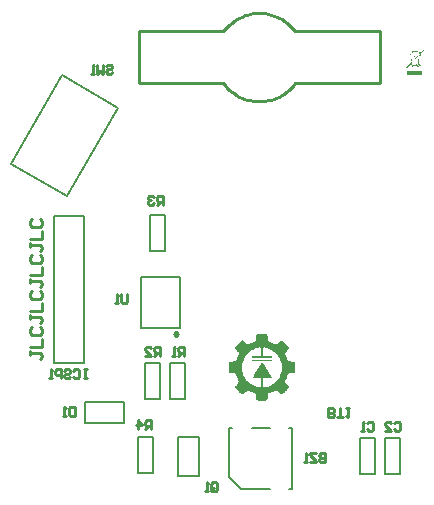
<source format=gbo>
G04*
G04 #@! TF.GenerationSoftware,Altium Limited,Altium Designer,18.0.12 (696)*
G04*
G04 Layer_Color=32896*
%FSLAX25Y25*%
%MOIN*%
G70*
G01*
G75*
%ADD10C,0.00700*%
%ADD16C,0.01000*%
G36*
X563116Y202760D02*
X563467Y202731D01*
X563731Y202702D01*
X563906Y202673D01*
X563965D01*
X564112Y202614D01*
X564199Y202526D01*
X564258Y202438D01*
Y202409D01*
Y202262D01*
X564287Y202057D01*
X564317Y201706D01*
X564346Y201530D01*
X564375Y201384D01*
Y201296D01*
Y201267D01*
X564404Y200944D01*
X564434Y200739D01*
X564463Y200593D01*
Y200534D01*
X564522Y200417D01*
X564580Y200329D01*
X564668Y200271D01*
X564697D01*
X565137Y200124D01*
X565547Y199978D01*
X565928Y199831D01*
X566250Y199685D01*
X566543Y199539D01*
X566748Y199421D01*
X566865Y199363D01*
X566923Y199334D01*
X567041Y199304D01*
X567158D01*
X567246Y199334D01*
X567275Y199363D01*
X567392Y199451D01*
X567538Y199568D01*
X567831Y199802D01*
X567978Y199919D01*
X568095Y199978D01*
X568154Y200036D01*
X568183Y200066D01*
X568417Y200271D01*
X568593Y200417D01*
X568710Y200505D01*
X568739Y200534D01*
X568769Y200564D01*
X568798D01*
X568944Y200593D01*
X569062D01*
X569120Y200564D01*
X569149Y200534D01*
X569706Y200095D01*
X569940Y199890D01*
X570145Y199685D01*
X570321Y199509D01*
X570438Y199392D01*
X570526Y199304D01*
X570555Y199275D01*
X570907Y198894D01*
X571141Y198601D01*
X571229Y198484D01*
X571288Y198396D01*
X571346Y198367D01*
Y198338D01*
Y198308D01*
X571376Y198191D01*
Y198074D01*
X571346Y197986D01*
Y197957D01*
X571229Y197840D01*
X571112Y197693D01*
X570878Y197400D01*
X570790Y197254D01*
X570702Y197137D01*
X570643Y197078D01*
X570614Y197049D01*
X570409Y196815D01*
X570292Y196668D01*
X570204Y196551D01*
X570175Y196522D01*
X570145Y196492D01*
Y196463D01*
X570116Y196346D01*
Y196229D01*
X570145Y196170D01*
Y196141D01*
X570350Y195731D01*
X570555Y195350D01*
X570702Y194969D01*
X570819Y194618D01*
X570936Y194325D01*
X570995Y194120D01*
X571053Y193973D01*
Y193915D01*
X571112Y193798D01*
X571200Y193710D01*
X571288Y193651D01*
X571463D01*
X571668Y193622D01*
X572020Y193593D01*
X572196Y193563D01*
X572342D01*
X572430Y193534D01*
X572459D01*
X572781Y193505D01*
X573016Y193475D01*
X573191D01*
X573279Y193446D01*
X573367Y193388D01*
X573396Y193358D01*
X573426Y193329D01*
X573455Y193212D01*
X573484Y193065D01*
X573514Y192948D01*
Y192919D01*
Y192890D01*
X573543Y192362D01*
X573572Y191865D01*
Y191396D01*
X573543Y190986D01*
X573514Y190605D01*
X573484Y190341D01*
X573455Y190166D01*
Y190136D01*
Y190107D01*
X573396Y189961D01*
X573309Y189873D01*
X573221Y189814D01*
X573045D01*
X572840Y189785D01*
X572488Y189756D01*
X572313Y189726D01*
X572166D01*
X572078Y189697D01*
X572049D01*
X571756Y189668D01*
X571522Y189638D01*
X571405Y189609D01*
X571346D01*
X571229Y189551D01*
X571112Y189492D01*
X571083Y189404D01*
X571053Y189375D01*
X570936Y188935D01*
X570790Y188525D01*
X570614Y188145D01*
X570468Y187822D01*
X570350Y187530D01*
X570233Y187325D01*
X570175Y187207D01*
X570145Y187149D01*
X570116Y187002D01*
Y186885D01*
X570145Y186797D01*
Y186768D01*
X570350Y186504D01*
X570614Y186212D01*
X570702Y186094D01*
X570790Y185977D01*
X570848Y185919D01*
X570878Y185889D01*
X571083Y185655D01*
X571200Y185479D01*
X571288Y185362D01*
X571317Y185333D01*
X571346Y185304D01*
Y185274D01*
X571376Y185128D01*
Y185011D01*
X571346Y184952D01*
X571317Y184923D01*
X570878Y184366D01*
X570673Y184132D01*
X570468Y183898D01*
X570292Y183722D01*
X570175Y183605D01*
X570087Y183517D01*
X570057Y183488D01*
X569677Y183165D01*
X569384Y182931D01*
X569267Y182843D01*
X569179Y182785D01*
X569149Y182726D01*
X569120D01*
X568974Y182668D01*
X568856Y182697D01*
X568798D01*
X568769Y182726D01*
X568505Y182931D01*
X568183Y183195D01*
X568066Y183282D01*
X567949Y183370D01*
X567890Y183429D01*
X567861Y183458D01*
X567626Y183663D01*
X567451Y183781D01*
X567334Y183868D01*
X567304Y183898D01*
X567275Y183927D01*
X567158Y183956D01*
X567041D01*
X566953Y183927D01*
X566923D01*
X566513Y183722D01*
X566133Y183517D01*
X565752Y183370D01*
X565430Y183253D01*
X565137Y183136D01*
X564902Y183078D01*
X564756Y183048D01*
X564697Y183019D01*
X564580Y182931D01*
X564492Y182843D01*
X564463Y182785D01*
Y182755D01*
X564434Y182609D01*
X564404Y182404D01*
X564375Y182023D01*
X564346Y181847D01*
Y181701D01*
X564317Y181613D01*
Y181584D01*
X564287Y181291D01*
Y181056D01*
X564258Y180939D01*
Y180881D01*
X564229Y180793D01*
X564170Y180705D01*
X564141Y180676D01*
X564112Y180647D01*
X563994Y180617D01*
X563848Y180588D01*
X563731Y180559D01*
X563672D01*
X563145Y180529D01*
X561768D01*
X561388Y180559D01*
X561124D01*
X560948Y180588D01*
X560890D01*
X560743Y180647D01*
X560655Y180764D01*
X560597Y180851D01*
Y180881D01*
Y181027D01*
X560568Y181203D01*
X560538Y181584D01*
X560509Y181760D01*
Y181906D01*
X560480Y181994D01*
Y182023D01*
X560450Y182345D01*
X560421Y182550D01*
X560392Y182697D01*
Y182726D01*
X560333Y182872D01*
X560275Y182960D01*
X560187Y182990D01*
X560157Y183019D01*
X559718Y183165D01*
X559308Y183312D01*
X558927Y183458D01*
X558605Y183605D01*
X558312Y183722D01*
X558107Y183839D01*
X557990Y183898D01*
X557931Y183927D01*
X557814Y183956D01*
X557697D01*
X557609Y183927D01*
X557580D01*
X557463Y183839D01*
X557316Y183722D01*
X557023Y183488D01*
X556877Y183370D01*
X556760Y183282D01*
X556701Y183224D01*
X556672Y183195D01*
X556438Y182990D01*
X556262Y182872D01*
X556145Y182785D01*
X556115Y182755D01*
Y182726D01*
X556057D01*
X555910Y182668D01*
X555793Y182697D01*
X555735D01*
X555705Y182726D01*
X555178Y183195D01*
X554915Y183400D01*
X554709Y183605D01*
X554534Y183781D01*
X554417Y183898D01*
X554329Y183985D01*
X554299Y184015D01*
X553948Y184396D01*
X553714Y184688D01*
X553626Y184776D01*
X553567Y184864D01*
X553509Y184894D01*
Y184923D01*
Y184952D01*
X553479Y185069D01*
Y185186D01*
X553509Y185274D01*
X553538Y185304D01*
X553626Y185421D01*
X553743Y185567D01*
X553977Y185860D01*
X554094Y186006D01*
X554153Y186124D01*
X554212Y186182D01*
X554241Y186212D01*
X554446Y186446D01*
X554563Y186622D01*
X554651Y186739D01*
X554680Y186768D01*
X554709Y186797D01*
X554739Y186915D01*
Y187032D01*
X554709Y187119D01*
Y187149D01*
X554504Y187559D01*
X554299Y187940D01*
X554153Y188320D01*
X554036Y188672D01*
X553919Y188935D01*
X553905Y188989D01*
X554065Y189228D01*
X554299Y189609D01*
X554470Y189886D01*
X554709Y190254D01*
X555120Y190898D01*
X555295Y191162D01*
X555332Y191220D01*
X555412Y191337D01*
X555735Y191865D01*
X555705Y191835D01*
X555647Y191747D01*
X555559Y191601D01*
X555442Y191396D01*
X555332Y191220D01*
X555090Y190869D01*
X554797Y190400D01*
X554534Y189990D01*
X554470Y189886D01*
X554270Y189580D01*
X553904Y188994D01*
X553905Y188989D01*
X553831Y188877D01*
X553904Y188994D01*
X553860Y189170D01*
X553831Y189316D01*
X553801Y189375D01*
X553743Y189492D01*
X553655Y189551D01*
X553567Y189609D01*
X553538D01*
X553391Y189638D01*
X553186Y189668D01*
X552835Y189697D01*
X552659D01*
X552513Y189726D01*
X552396D01*
X552103Y189756D01*
X551868Y189785D01*
X551751Y189814D01*
X551693D01*
X551605Y189843D01*
X551517Y189902D01*
X551458Y189931D01*
X551429Y189961D01*
X551400Y190078D01*
X551370Y190224D01*
X551341Y190341D01*
Y190400D01*
X551312Y190927D01*
X551283Y191425D01*
Y191894D01*
X551312Y192333D01*
X551341Y192685D01*
X551370Y192948D01*
X551400Y193124D01*
Y193153D01*
Y193183D01*
X551458Y193300D01*
X551546Y193388D01*
X551634Y193446D01*
X551663D01*
X551810Y193475D01*
X552015Y193505D01*
X552366Y193534D01*
X552542Y193563D01*
X552689Y193593D01*
X552806D01*
X553128Y193622D01*
X553333D01*
X553479Y193651D01*
X553509D01*
X553655Y193710D01*
X553743Y193798D01*
X553772Y193886D01*
X553801Y193915D01*
X553948Y194354D01*
X554094Y194764D01*
X554241Y195145D01*
X554387Y195467D01*
X554504Y195760D01*
X554622Y195965D01*
X554680Y196082D01*
X554709Y196141D01*
X554739Y196258D01*
Y196375D01*
X554709Y196463D01*
Y196492D01*
X554622Y196609D01*
X554504Y196756D01*
X554270Y197049D01*
X554153Y197195D01*
X554065Y197312D01*
X554006Y197371D01*
X553977Y197400D01*
X553772Y197635D01*
X553655Y197810D01*
X553567Y197927D01*
X553538Y197957D01*
Y197986D01*
X553509D01*
Y198015D01*
X553479Y198133D01*
Y198250D01*
X553509Y198338D01*
X553538Y198367D01*
X553889Y198806D01*
X554270Y199216D01*
X554651Y199597D01*
X554973Y199919D01*
X555266Y200183D01*
X555500Y200359D01*
X555647Y200505D01*
X555705Y200534D01*
X555735Y200564D01*
X555764D01*
X555881Y200593D01*
X555998D01*
X556057Y200564D01*
X556086Y200534D01*
X556379Y200329D01*
X556672Y200095D01*
X556789Y200007D01*
X556906Y199919D01*
X556965Y199861D01*
X556994Y199831D01*
X557228Y199626D01*
X557404Y199480D01*
X557521Y199392D01*
X557551Y199363D01*
X557580D01*
Y199334D01*
X557697Y199304D01*
X557814D01*
X557902Y199334D01*
X557931D01*
X558751Y199743D01*
X559103Y199890D01*
X559454Y200036D01*
X559747Y200124D01*
X559952Y200212D01*
X560099Y200271D01*
X560157D01*
X560275Y200329D01*
X560362Y200417D01*
X560392Y200505D01*
Y200534D01*
X560421Y200681D01*
X560450Y200886D01*
X560480Y201237D01*
X560509Y201413D01*
X560538Y201559D01*
Y201647D01*
Y201677D01*
X560568Y201999D01*
Y202204D01*
X560597Y202350D01*
Y202380D01*
X560626Y202467D01*
X560685Y202555D01*
X560714Y202585D01*
X560743Y202614D01*
X560860Y202673D01*
X561007Y202702D01*
X561124Y202731D01*
X561183D01*
X561710Y202760D01*
X562208Y202790D01*
X562676D01*
X563116Y202760D01*
D02*
G37*
G36*
X553598Y188520D02*
X553333Y188086D01*
X553304Y188042D01*
X553216Y187881D01*
X553079Y187705D01*
X553304Y188042D01*
X553391Y188203D01*
X553598Y188520D01*
X553655Y188613D01*
X553831Y188877D01*
X553598Y188520D01*
D02*
G37*
G36*
X553040Y187647D02*
X552937Y187486D01*
X552864Y187354D01*
X552806Y187272D01*
X552689Y187061D01*
X552649Y187012D01*
X552630Y186973D01*
X552571Y186915D01*
X552542Y186827D01*
X552513D01*
X552542Y186885D01*
X552571Y186915D01*
X552649Y187012D01*
X552718Y187149D01*
X552806Y187272D01*
X552835Y187325D01*
X552937Y187486D01*
X553011Y187618D01*
X553079Y187705D01*
X553040Y187647D01*
D02*
G37*
G36*
X616317Y297286D02*
X615195Y296125D01*
X615312D01*
Y295500D01*
X614863D01*
X614785Y294534D01*
X614658Y293187D01*
X616151Y291655D01*
X616034Y291538D01*
X614648Y292972D01*
X614638Y292894D01*
X614707Y292855D01*
X614775Y292806D01*
X614833Y292748D01*
X614882Y292689D01*
X614931Y292611D01*
X614951Y292543D01*
X614970Y292465D01*
X614980Y292367D01*
X614970Y292289D01*
X614941Y292192D01*
X614892Y292084D01*
X614824Y291996D01*
X614765Y291928D01*
X614677Y291879D01*
X614589Y291840D01*
X614502Y291821D01*
X614385Y291811D01*
X614277Y291821D01*
X614160Y291860D01*
X614053Y291928D01*
X613975Y292016D01*
X613926Y292084D01*
X613887Y292162D01*
X612794D01*
Y291782D01*
X612442D01*
Y292162D01*
X612393D01*
X612306Y293158D01*
X610724Y291538D01*
X610607Y291645D01*
X612286Y293373D01*
X612208Y294144D01*
X612110Y295207D01*
X612071Y295647D01*
X610500Y297286D01*
X610607Y297394D01*
X612052Y295900D01*
X612013Y296261D01*
X611759D01*
Y296554D01*
X611983D01*
Y296613D01*
X611993Y296652D01*
X612023Y296681D01*
X612052Y296710D01*
X612110Y296759D01*
X612169Y296798D01*
X612227Y296837D01*
X612296Y296867D01*
X612335Y296886D01*
Y297072D01*
X612725D01*
Y296993D01*
X612842Y297013D01*
X612959Y297032D01*
X613077Y297042D01*
X613145D01*
Y297169D01*
X614033D01*
Y297032D01*
X614141Y297013D01*
X614277Y296993D01*
X614414Y296964D01*
X614541Y296925D01*
X614658Y296876D01*
X614746Y296837D01*
X614814Y296789D01*
X614853Y296749D01*
X614882Y296779D01*
X614931Y296808D01*
X614980Y296837D01*
X615048D01*
X615107Y296828D01*
X615175Y296808D01*
X615214Y296759D01*
X615263Y296701D01*
X615273Y296662D01*
X615282Y296603D01*
X615273Y296554D01*
X615263Y296515D01*
X615253Y296486D01*
X615224Y296447D01*
X615195Y296418D01*
X615165Y296398D01*
X615146Y296379D01*
Y296301D01*
X616200Y297394D01*
X616317Y297286D01*
D02*
G37*
G36*
X615897Y290240D02*
Y290220D01*
Y290181D01*
Y290132D01*
Y290064D01*
Y290054D01*
Y290035D01*
Y289986D01*
Y289937D01*
Y289869D01*
Y289800D01*
Y289625D01*
Y289615D01*
Y289586D01*
Y289537D01*
Y289488D01*
Y289342D01*
Y289195D01*
Y289185D01*
Y289166D01*
Y289098D01*
Y289029D01*
Y289010D01*
Y289000D01*
X610832D01*
Y289029D01*
Y289049D01*
Y289078D01*
Y289127D01*
Y289195D01*
Y289205D01*
Y289234D01*
Y289273D01*
Y289322D01*
Y289390D01*
Y289459D01*
Y289625D01*
Y289634D01*
Y289664D01*
Y289713D01*
Y289771D01*
Y289917D01*
Y290064D01*
Y290074D01*
Y290093D01*
Y290171D01*
Y290240D01*
Y290259D01*
Y290269D01*
X615897D01*
Y290240D01*
D02*
G37*
%LPC*%
G36*
X563145Y198279D02*
X562998D01*
X562852Y198191D01*
X562793Y198103D01*
X562764Y197986D01*
Y197957D01*
Y195467D01*
X565693D01*
Y194881D01*
X559162D01*
Y195467D01*
X562091D01*
Y197957D01*
X562061Y198103D01*
X561973Y198191D01*
X561915Y198221D01*
X561885Y198250D01*
X561798Y198279D01*
X561651D01*
X561534Y198250D01*
X561476D01*
X560978Y198162D01*
X560509Y198015D01*
X559659Y197693D01*
X559279Y197488D01*
X558898Y197254D01*
X558576Y197049D01*
X558283Y196815D01*
X558019Y196609D01*
X557785Y196405D01*
X557580Y196199D01*
X557404Y196053D01*
X557287Y195906D01*
X557199Y195789D01*
X557140Y195731D01*
X557111Y195702D01*
X556848Y195350D01*
X556643Y194969D01*
X556467Y194588D01*
X556291Y194208D01*
X556057Y193505D01*
X555910Y192831D01*
X555852Y192538D01*
X555823Y192245D01*
X555793Y192011D01*
X555764Y191806D01*
Y191630D01*
Y191513D01*
Y191425D01*
Y191396D01*
X555793Y190986D01*
X555852Y190576D01*
X556028Y189814D01*
X556262Y189141D01*
X556555Y188555D01*
X556672Y188291D01*
X556818Y188057D01*
X556936Y187852D01*
X557023Y187705D01*
X557140Y187559D01*
X557199Y187471D01*
X557228Y187412D01*
X557258Y187383D01*
X557609Y187002D01*
X557961Y186680D01*
X558341Y186387D01*
X558722Y186124D01*
X559103Y185919D01*
X559454Y185714D01*
X560157Y185391D01*
X560509Y185274D01*
X560802Y185186D01*
X561065Y185128D01*
X561300Y185069D01*
X561476Y185040D01*
X561622Y185011D01*
X561710Y184981D01*
X561739D01*
X561827Y185011D01*
X561856D01*
X562003Y185099D01*
X562061Y185186D01*
X562091Y185304D01*
Y185333D01*
Y187969D01*
X559162D01*
Y187998D01*
X559191Y188028D01*
X559308Y188203D01*
X559454Y188496D01*
X559689Y188848D01*
X559923Y189287D01*
X560187Y189756D01*
X560509Y190283D01*
X560802Y190810D01*
X561095Y191337D01*
X561417Y191835D01*
X561681Y192304D01*
X561944Y192743D01*
X562149Y193095D01*
X562296Y193388D01*
X562413Y193563D01*
X562442Y193593D01*
Y193622D01*
X559162D01*
Y194208D01*
X565693D01*
Y193622D01*
X562442D01*
X565693Y187969D01*
X562764D01*
Y185333D01*
X562823Y185186D01*
X562881Y185099D01*
X562969Y185040D01*
X562998Y185011D01*
X563262D01*
X563760Y185099D01*
X564199Y185216D01*
X565049Y185538D01*
X565781Y185919D01*
X566133Y186124D01*
X566426Y186329D01*
X566689Y186534D01*
X566923Y186739D01*
X567128Y186915D01*
X567304Y187061D01*
X567421Y187207D01*
X567509Y187295D01*
X567568Y187354D01*
X567597Y187383D01*
X567890Y187764D01*
X568124Y188145D01*
X568329Y188525D01*
X568505Y188935D01*
X568769Y189668D01*
X568944Y190371D01*
X569003Y190693D01*
X569062Y190986D01*
X569091Y191220D01*
X569120Y191455D01*
Y191630D01*
Y191747D01*
Y191835D01*
Y191865D01*
X569091Y192275D01*
X569032Y192685D01*
X568827Y193446D01*
X568593Y194149D01*
X568329Y194735D01*
X568183Y194999D01*
X568036Y195204D01*
X567919Y195409D01*
X567831Y195584D01*
X567714Y195702D01*
X567656Y195789D01*
X567626Y195848D01*
X567597Y195877D01*
X567246Y196258D01*
X566894Y196580D01*
X566513Y196873D01*
X566133Y197137D01*
X565781Y197371D01*
X565400Y197576D01*
X564697Y197869D01*
X564375Y197986D01*
X564053Y198074D01*
X563789Y198162D01*
X563555Y198191D01*
X563379Y198250D01*
X563233D01*
X563145Y198279D01*
D02*
G37*
G36*
X613877Y297003D02*
X613311D01*
Y296915D01*
X613877D01*
Y297003D01*
D02*
G37*
G36*
X612559Y296915D02*
X612501D01*
Y296701D01*
X612559D01*
Y296915D01*
D02*
G37*
G36*
X613145Y296876D02*
X612989Y296867D01*
X612852Y296847D01*
X612725Y296828D01*
Y296554D01*
X614785D01*
Y296593D01*
X614726Y296652D01*
X614629Y296701D01*
X614521Y296749D01*
X614385Y296789D01*
X614219Y296828D01*
X614033Y296857D01*
Y296749D01*
X613145D01*
Y296876D01*
D02*
G37*
G36*
X612335Y296710D02*
X612247Y296662D01*
X612188Y296623D01*
X612140Y296574D01*
X612149Y296554D01*
X612335D01*
Y296710D01*
D02*
G37*
G36*
X615038Y296681D02*
X615029D01*
X614999Y296671D01*
X614970Y296652D01*
X614960Y296603D01*
Y296593D01*
X614970Y296564D01*
X614990Y296525D01*
X615038Y296515D01*
X615048D01*
X615077Y296525D01*
X615107Y296554D01*
X615117Y296603D01*
Y296613D01*
X615107Y296642D01*
X615087Y296671D01*
X615038Y296681D01*
D02*
G37*
G36*
X615146Y295969D02*
X614843D01*
Y295666D01*
X615146D01*
Y295969D01*
D02*
G37*
G36*
X614121Y295276D02*
X613291D01*
Y295217D01*
X614121D01*
Y295276D01*
D02*
G37*
G36*
X614765Y296261D02*
X612169D01*
X612218Y295725D01*
X613399Y294505D01*
X613926Y295061D01*
X613125D01*
Y295432D01*
X614297D01*
X614677Y295832D01*
Y296125D01*
X614755D01*
X614765Y296261D01*
D02*
G37*
G36*
X612247Y295471D02*
X612432Y293519D01*
X613282Y294388D01*
X612247Y295471D01*
D02*
G37*
G36*
X614677Y295598D02*
X614297Y295198D01*
Y295061D01*
X614160D01*
X613506Y294388D01*
X614511Y293343D01*
X614697Y295500D01*
X614677D01*
Y295598D01*
D02*
G37*
G36*
X613399Y294280D02*
X612452Y293304D01*
X612540Y292328D01*
X613848D01*
X613838Y292416D01*
X613867Y292543D01*
X613916Y292650D01*
X613975Y292738D01*
X614043Y292806D01*
X614121Y292855D01*
X614219Y292904D01*
X614316Y292933D01*
X614404Y292943D01*
X614482Y292933D01*
X614502Y293128D01*
X613399Y294280D01*
D02*
G37*
G36*
X614404Y292660D02*
X614365D01*
X614316Y292650D01*
X614267Y292621D01*
X614219Y292592D01*
X614170Y292543D01*
X614141Y292475D01*
X614131Y292377D01*
Y292367D01*
Y292338D01*
X614150Y292289D01*
X614170Y292240D01*
X614199Y292182D01*
X614248Y292143D01*
X614316Y292104D01*
X614404Y292094D01*
X614453D01*
X614492Y292113D01*
X614550Y292133D01*
X614599Y292162D01*
X614648Y292211D01*
X614677Y292279D01*
X614687Y292377D01*
Y292387D01*
Y292426D01*
X614677Y292465D01*
X614648Y292523D01*
X614619Y292572D01*
X614570Y292621D01*
X614502Y292650D01*
X614404Y292660D01*
D02*
G37*
G36*
X612637Y292162D02*
X612608D01*
Y291938D01*
X612637D01*
Y292162D01*
D02*
G37*
%LPD*%
G36*
X614502Y292543D02*
X614531Y292514D01*
X614560Y292484D01*
X614580Y292436D01*
X614589Y292377D01*
Y292367D01*
Y292348D01*
X614570Y292289D01*
X614541Y292250D01*
X614511Y292221D01*
X614463Y292201D01*
X614404Y292192D01*
X614375D01*
X614316Y292211D01*
X614277Y292240D01*
X614248Y292270D01*
X614228Y292318D01*
X614219Y292377D01*
Y292387D01*
Y292406D01*
X614238Y292475D01*
X614267Y292504D01*
X614297Y292533D01*
X614345Y292553D01*
X614404Y292562D01*
X614433D01*
X614502Y292543D01*
D02*
G37*
%LPC*%
G36*
X614424Y292406D02*
X614394D01*
X614385Y292396D01*
X614375Y292377D01*
Y292367D01*
X614385Y292357D01*
X614404Y292348D01*
X614424D01*
X614433Y292357D01*
Y292377D01*
Y292387D01*
Y292396D01*
X614424Y292406D01*
D02*
G37*
%LPD*%
D10*
X478907Y259528D02*
X495907Y288972D01*
X478907Y259528D02*
X497526Y248778D01*
X495907Y288972D02*
X514526Y278222D01*
X497526Y248778D02*
X514526Y278222D01*
X493000Y242000D02*
X503000D01*
X493000Y193000D02*
X503000D01*
X493000D02*
Y242000D01*
X503000Y193000D02*
Y242000D01*
X522161Y221791D02*
X535161D01*
X522161Y204791D02*
Y221791D01*
Y204791D02*
X535161D01*
Y221791D01*
X503500Y172937D02*
X516500D01*
X503500D02*
Y179937D01*
X516500D01*
Y172937D02*
Y179937D01*
X555500Y151000D02*
X565000D01*
X551500Y155000D02*
X555500Y151000D01*
X551500Y155000D02*
Y171500D01*
X552500D01*
X571500Y151000D02*
X572500D01*
Y171500D01*
X571500D02*
X572500D01*
X559000D02*
X565000D01*
X534500Y155500D02*
Y168500D01*
X541500D01*
Y155500D02*
Y168500D01*
X534500Y155500D02*
X541500D01*
X521000Y156500D02*
X526000D01*
X521000Y168500D02*
X526000D01*
Y156500D02*
Y168500D01*
X521000Y156500D02*
Y168500D01*
X525000Y242500D02*
X530000D01*
X525000Y230500D02*
X530000D01*
X525000D02*
Y242500D01*
X530000Y230500D02*
Y242500D01*
X523425Y181000D02*
X528425D01*
X523425Y193000D02*
X528425D01*
Y181000D02*
Y193000D01*
X523425Y181000D02*
Y193000D01*
X531925Y181000D02*
X536925D01*
X531925Y193000D02*
X536925D01*
Y181000D02*
Y193000D01*
X531925Y181000D02*
Y193000D01*
X608500Y156000D02*
Y168000D01*
X603500Y156000D02*
Y168000D01*
Y156000D02*
X608500D01*
X603500Y168000D02*
X608500D01*
X600000Y156000D02*
Y168000D01*
X595000Y156000D02*
Y168000D01*
Y156000D02*
X600000D01*
X595000Y168000D02*
X600000D01*
D16*
X549602Y286357D02*
X550208Y285580D01*
X550864Y284845D01*
X551568Y284155D01*
X552317Y283514D01*
X553107Y282925D01*
X553934Y282390D01*
X554796Y281911D01*
X555688Y281492D01*
X556606Y281133D01*
X557546Y280836D01*
X558503Y280603D01*
X559474Y280435D01*
X560454Y280332D01*
X561439Y280295D01*
X562424Y280324D01*
X563405Y280418D01*
X564377Y280579D01*
X565337Y280804D01*
X566279Y281093D01*
X567200Y281444D01*
X568095Y281856D01*
X568961Y282328D01*
X569793Y282856D01*
X570588Y283439D01*
X571342Y284073D01*
X572051Y284757D01*
X572714Y285487D01*
X573326Y286259D01*
X573450Y303625D02*
X572842Y304411D01*
X572182Y305154D01*
X571473Y305851D01*
X570719Y306498D01*
X569924Y307093D01*
X569090Y307633D01*
X568221Y308116D01*
X567322Y308539D01*
X566397Y308900D01*
X565449Y309199D01*
X564483Y309433D01*
X563504Y309601D01*
X562515Y309703D01*
X561522Y309738D01*
X560529Y309706D01*
X559540Y309607D01*
X558561Y309442D01*
X557594Y309211D01*
X556645Y308915D01*
X555719Y308556D01*
X554818Y308136D01*
X553948Y307656D01*
X553113Y307118D01*
X552315Y306526D01*
X551560Y305881D01*
X550849Y305186D01*
X550187Y304445D01*
X549576Y303661D01*
X534369Y202791D02*
X533661Y203499D01*
X532954Y202791D01*
X533661Y202084D01*
X534369Y202791D01*
X521343Y286339D02*
Y303661D01*
Y286339D02*
X549576D01*
X601657D02*
Y303661D01*
X573424Y286284D02*
X601581D01*
X573424Y303607D02*
X601581D01*
X521343Y303661D02*
X549576D01*
X485001Y197166D02*
Y195833D01*
Y196499D01*
X488334D01*
X489000Y195833D01*
Y195167D01*
X488334Y194500D01*
X485001Y198499D02*
X489000D01*
Y201165D01*
X485668Y205163D02*
X485001Y204497D01*
Y203164D01*
X485668Y202497D01*
X488334D01*
X489000Y203164D01*
Y204497D01*
X488334Y205163D01*
X485001Y209162D02*
Y207829D01*
Y208495D01*
X488334D01*
X489000Y207829D01*
Y207163D01*
X488334Y206496D01*
X485001Y210495D02*
X489000D01*
Y213161D01*
X485668Y217159D02*
X485001Y216493D01*
Y215160D01*
X485668Y214494D01*
X488334D01*
X489000Y215160D01*
Y216493D01*
X488334Y217159D01*
X485001Y221158D02*
Y219825D01*
Y220492D01*
X488334D01*
X489000Y219825D01*
Y219159D01*
X488334Y218492D01*
X485001Y222491D02*
X489000D01*
Y225157D01*
X485668Y229155D02*
X485001Y228489D01*
Y227156D01*
X485668Y226490D01*
X488334D01*
X489000Y227156D01*
Y228489D01*
X488334Y229155D01*
X485001Y233154D02*
Y231821D01*
Y232488D01*
X488334D01*
X489000Y231821D01*
Y231155D01*
X488334Y230488D01*
X485001Y234487D02*
X489000D01*
Y237153D01*
X485668Y241152D02*
X485001Y240485D01*
Y239152D01*
X485668Y238486D01*
X488334D01*
X489000Y239152D01*
Y240485D01*
X488334Y241152D01*
X584500Y175001D02*
Y178000D01*
X585999D01*
X586499Y177500D01*
Y177000D01*
X585999Y176500D01*
X584500D01*
X585999D01*
X586499Y176001D01*
Y175501D01*
X585999Y175001D01*
X584500D01*
X587499D02*
X589498D01*
X588499D01*
Y178000D01*
X590498D02*
X591498D01*
X590998D01*
Y175001D01*
X590498Y175501D01*
X504000Y190999D02*
X503000D01*
X503500D01*
Y188000D01*
X504000D01*
X503000D01*
X499502Y190499D02*
X500001Y190999D01*
X501001D01*
X501501Y190499D01*
Y188500D01*
X501001Y188000D01*
X500001D01*
X499502Y188500D01*
X496502Y190499D02*
X497002Y190999D01*
X498002D01*
X498502Y190499D01*
Y189999D01*
X498002Y189499D01*
X497002D01*
X496502Y189000D01*
Y188500D01*
X497002Y188000D01*
X498002D01*
X498502Y188500D01*
X495503Y188000D02*
Y190999D01*
X494003D01*
X493503Y190499D01*
Y189499D01*
X494003Y189000D01*
X495503D01*
X492504Y188000D02*
X491504D01*
X492004D01*
Y190999D01*
X492504Y190499D01*
X517500Y215999D02*
Y213500D01*
X517000Y213000D01*
X516001D01*
X515501Y213500D01*
Y215999D01*
X514501Y213000D02*
X513501D01*
X514001D01*
Y215999D01*
X514501Y215499D01*
X500000Y178436D02*
Y175437D01*
X498500D01*
X498001Y175937D01*
Y177936D01*
X498500Y178436D01*
X500000D01*
X497001Y175437D02*
X496001D01*
X496501D01*
Y178436D01*
X497001Y177936D01*
X583500Y162999D02*
Y160000D01*
X582000D01*
X581501Y160500D01*
Y161000D01*
X582000Y161500D01*
X583500D01*
X582000D01*
X581501Y161999D01*
Y162499D01*
X582000Y162999D01*
X583500D01*
X580501D02*
X578502D01*
Y162499D01*
X580501Y160500D01*
Y160000D01*
X578502D01*
X577502D02*
X576502D01*
X577002D01*
Y162999D01*
X577502Y162499D01*
X545564Y150760D02*
Y152759D01*
X546064Y153259D01*
X547063D01*
X547563Y152759D01*
Y150760D01*
X547063Y150260D01*
X546064D01*
X546563Y151260D02*
X545564Y150260D01*
X546064D02*
X545564Y150760D01*
X544564Y150260D02*
X543564D01*
X544064D01*
Y153259D01*
X544564Y152759D01*
X525500Y171000D02*
Y173999D01*
X524001D01*
X523501Y173499D01*
Y172500D01*
X524001Y172000D01*
X525500D01*
X524500D02*
X523501Y171000D01*
X521001D02*
Y173999D01*
X522501Y172500D01*
X520502D01*
X529300Y245800D02*
Y248799D01*
X527801D01*
X527301Y248299D01*
Y247300D01*
X527801Y246800D01*
X529300D01*
X528300D02*
X527301Y245800D01*
X526301Y248299D02*
X525801Y248799D01*
X524801D01*
X524302Y248299D01*
Y247799D01*
X524801Y247300D01*
X525301D01*
X524801D01*
X524302Y246800D01*
Y246300D01*
X524801Y245800D01*
X525801D01*
X526301Y246300D01*
X528500Y195500D02*
Y198499D01*
X527001D01*
X526501Y197999D01*
Y197000D01*
X527001Y196500D01*
X528500D01*
X527500D02*
X526501Y195500D01*
X523502D02*
X525501D01*
X523502Y197499D01*
Y197999D01*
X524002Y198499D01*
X525001D01*
X525501Y197999D01*
X536500Y195500D02*
Y198499D01*
X535001D01*
X534501Y197999D01*
Y197000D01*
X535001Y196500D01*
X536500D01*
X535500D02*
X534501Y195500D01*
X533501D02*
X532501D01*
X533001D01*
Y198499D01*
X533501Y197999D01*
X606501Y172999D02*
X607000Y173499D01*
X608000D01*
X608500Y172999D01*
Y171000D01*
X608000Y170500D01*
X607000D01*
X606501Y171000D01*
X603502Y170500D02*
X605501D01*
X603502Y172499D01*
Y172999D01*
X604002Y173499D01*
X605001D01*
X605501Y172999D01*
X597501D02*
X598000Y173499D01*
X599000D01*
X599500Y172999D01*
Y171000D01*
X599000Y170500D01*
X598000D01*
X597501Y171000D01*
X596501Y170500D02*
X595501D01*
X596001D01*
Y173499D01*
X596501Y172999D01*
X510501Y291999D02*
X511000Y292499D01*
X512000D01*
X512500Y291999D01*
Y291499D01*
X512000Y291000D01*
X511000D01*
X510501Y290500D01*
Y290000D01*
X511000Y289500D01*
X512000D01*
X512500Y290000D01*
X509501Y292499D02*
Y289500D01*
X508501Y290500D01*
X507502Y289500D01*
Y292499D01*
X506502Y289500D02*
X505502D01*
X506002D01*
Y292499D01*
X506502Y291999D01*
M02*

</source>
